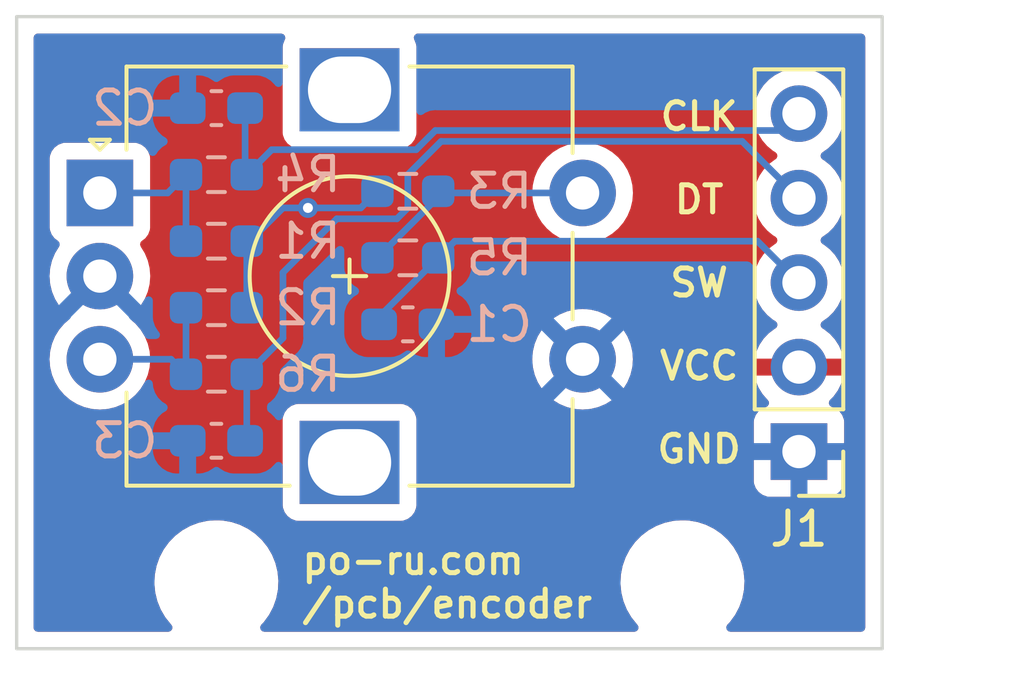
<source format=kicad_pcb>
(kicad_pcb (version 20211014) (generator pcbnew)
  (title_block (rev "1"))
  (layers (0 "F.Cu" signal "Front") (31 "B.Cu" signal "Back") (34 "B.Paste" user) (35 "F.Paste" user) (36 "B.SilkS" user "B.Silkscreen") (37 "F.SilkS" user "F.Silkscreen") (38 "B.Mask" user) (39 "F.Mask" user) (44 "Edge.Cuts" user))
  (net 0 "")
  (net 1 "/SW")
  (net 2 "GND")
  (net 3 "/CLK")
  (net 4 "/DT")
  (net 5 "+3V3")
  (net 6 "Net-(R1-Pad2)")
  (net 7 "Net-(R2-Pad2)")
  (net 8 "Net-(R3-Pad2)")
  (footprint "MountingHole:MountingHole_2.7mm_M2.5" (layer "F.Cu") (at 106 77)
    (fp_text reference "H2" hide)
    (fp_text value "MountingHole" hide)
    (pad "" np_thru_hole circle (at 0 0) (size 2.7 2.7) (drill 2.7) (layers *.Cu *.Mask))
  )
  (footprint "MountingHole:MountingHole_2.7mm_M2.5" (layer "F.Cu") (at 120 77)
    (fp_text reference "H1" hide)
    (fp_text value "MountingHole" hide)
    (pad "" np_thru_hole circle (at 0 0) (size 2.7 2.7) (drill 2.7) (layers *.Cu *.Mask))
  )
  (footprint "Connector_PinHeader_2.54mm:PinHeader_1x05_P2.54mm_Vertical" (layer "F.Cu") (at 123.5 73.075 180)
    (fp_text reference "J1" (at 0 -2.33) (layer "F.SilkS"))
    (fp_text value "Conn_01x05_Male")
    (fp_line (start -1.33 1.27) (end -1.33 11.49) (layer "F.SilkS") (width 0.12))
    (fp_line (start 1.33 1.27) (end 1.33 11.49) (layer "F.SilkS") (width 0.12))
    (fp_line (start -1.33 1.27) (end 1.33 1.27) (layer "F.SilkS") (width 0.12))
    (fp_line (start -1.33 11.49) (end 1.33 11.49) (layer "F.SilkS") (width 0.12))
    (fp_line (start -1.33 -1.33) (end 0 -1.33) (layer "F.SilkS") (width 0.12))
    (fp_line (start -1.33 0) (end -1.33 -1.33) (layer "F.SilkS") (width 0.12))
    (pad "1" thru_hole rect (at 0 0 180) (size 1.7 1.7) (drill 1) (layers *.Cu *.Mask) (net 2 "GND"))
    (pad "2" thru_hole oval (at 0 2.54 180) (size 1.7 1.7) (drill 1) (layers *.Cu *.Mask) (net 5 "+3V3"))
    (pad "3" thru_hole oval (at 0 5.08 180) (size 1.7 1.7) (drill 1) (layers *.Cu *.Mask) (net 1 "/SW"))
    (pad "4" thru_hole oval (at 0 7.62 180) (size 1.7 1.7) (drill 1) (layers *.Cu *.Mask) (net 4 "/DT"))
    (pad "5" thru_hole oval (at 0 10.16 180) (size 1.7 1.7) (drill 1) (layers *.Cu *.Mask) (net 3 "/CLK"))
  )
  (footprint "Rotary_Encoder:RotaryEncoder_Alps_EC12E-Switch_Vertical_H20mm" (layer "F.Cu") (at 102.5 65.3)
    (fp_text reference "SW1" hide)
    (fp_text value "RotaryEncoder_Switch" hide)
    (fp_line (start 0.3 -1.6) (end 0 -1.3) (layer "F.SilkS") (width 0.12))
    (fp_line (start 5.6 -3.8) (end 0.8 -3.8) (layer "F.SilkS") (width 0.12))
    (fp_line (start 14.2 -3.8) (end 14.2 -1.2) (layer "F.SilkS") (width 0.12))
    (fp_line (start -0.3 -1.6) (end 0.3 -1.6) (layer "F.SilkS") (width 0.12))
    (fp_line (start 5.7 8.8) (end 0.8 8.8) (layer "F.SilkS") (width 0.12))
    (fp_line (start 7 2.5) (end 8 2.5) (layer "F.SilkS") (width 0.12))
    (fp_line (start 14.2 8.8) (end 9.3 8.8) (layer "F.SilkS") (width 0.12))
    (fp_line (start 14.2 6.2) (end 14.2 8.8) (layer "F.SilkS") (width 0.12))
    (fp_line (start 0.8 -3.8) (end 0.8 -1.3) (layer "F.SilkS") (width 0.12))
    (fp_line (start 0.8 8.8) (end 0.8 6) (layer "F.SilkS") (width 0.12))
    (fp_line (start 0 -1.3) (end -0.3 -1.6) (layer "F.SilkS") (width 0.12))
    (fp_line (start 7.5 2) (end 7.5 3) (layer "F.SilkS") (width 0.12))
    (fp_line (start 9.3 -3.8) (end 14.2 -3.8) (layer "F.SilkS") (width 0.12))
    (fp_line (start 14.2 1.2) (end 14.2 3.8) (layer "F.SilkS") (width 0.12))
    (fp_circle (center 7.5 2.5) (end 10.5 2.5) (layer "F.SilkS") (width 0.12) (fill none))
    (pad "A" thru_hole rect (at 0 0) (size 2 2) (drill 1) (layers *.Cu *.Mask) (net 6 "Net-(R1-Pad2)"))
    (pad "B" thru_hole circle (at 0 5) (size 2 2) (drill 1) (layers *.Cu *.Mask) (net 7 "Net-(R2-Pad2)"))
    (pad "C" thru_hole circle (at 0 2.5) (size 2 2) (drill 1) (layers *.Cu *.Mask) (net 2 "GND"))
    (pad "MP" thru_hole rect (at 7.5 8.1) (size 3 2.5) (drill oval 2.5 2) (layers *.Cu *.Mask))
    (pad "MP" thru_hole rect (at 7.5 -3.1) (size 3 2.5) (drill oval 2.5 2) (layers *.Cu *.Mask))
    (pad "S1" thru_hole circle (at 14.5 0) (size 2 2) (drill 1) (layers *.Cu *.Mask) (net 8 "Net-(R3-Pad2)"))
    (pad "S2" thru_hole circle (at 14.5 5) (size 2 2) (drill 1) (layers *.Cu *.Mask) (net 2 "GND"))
  )
  (footprint "Resistor_SMD:R_0603_1608Metric_Pad0.98x0.95mm_HandSolder" (layer "B.Cu") (at 106 66.75 180)
    (fp_text reference "R1" (at -2.75 0) (layer "B.SilkS") (effects (justify mirror)))
    (fp_text value "10k")
    (fp_line (start -0.254724 -0.5225) (end 0.254724 -0.5225) (layer "B.SilkS") (width 0.12))
    (fp_line (start -0.254724 0.5225) (end 0.254724 0.5225) (layer "B.SilkS") (width 0.12))
    (pad "1" smd roundrect (at -0.9125 0 180) (size 0.975 0.95) (layers "B.Cu" "B.Paste" "B.Mask") (net 5 "+3V3"))
    (pad "2" smd roundrect (at 0.9125 0 180) (size 0.975 0.95) (layers "B.Cu" "B.Paste" "B.Mask") (net 6 "Net-(R1-Pad2)"))
  )
  (footprint "Resistor_SMD:R_0603_1608Metric_Pad0.98x0.95mm_HandSolder" (layer "B.Cu") (at 111.75 67.25 180)
    (fp_text reference "R5" (at -2.75 0) (layer "B.SilkS") (effects (justify mirror)))
    (fp_text value "10k")
    (fp_line (start -0.254724 -0.5225) (end 0.254724 -0.5225) (layer "B.SilkS") (width 0.12))
    (fp_line (start -0.254724 0.5225) (end 0.254724 0.5225) (layer "B.SilkS") (width 0.12))
    (pad "1" smd roundrect (at -0.9125 0 180) (size 0.975 0.95) (layers "B.Cu" "B.Paste" "B.Mask") (net 1 "/SW"))
    (pad "2" smd roundrect (at 0.9125 0 180) (size 0.975 0.95) (layers "B.Cu" "B.Paste" "B.Mask") (net 8 "Net-(R3-Pad2)"))
  )
  (footprint "Capacitor_SMD:C_0603_1608Metric_Pad1.08x0.95mm_HandSolder" (layer "B.Cu") (at 106 72.75 180)
    (fp_text reference "C3" (at 2.75 0) (layer "B.SilkS") (effects (justify mirror)))
    (fp_text value "10n")
    (fp_line (start -0.146267 0.51) (end 0.146267 0.51) (layer "B.SilkS") (width 0.12))
    (fp_line (start -0.146267 -0.51) (end 0.146267 -0.51) (layer "B.SilkS") (width 0.12))
    (pad "1" smd roundrect (at -0.8625 0 180) (size 1.075 0.95) (layers "B.Cu" "B.Paste" "B.Mask") (net 4 "/DT"))
    (pad "2" smd roundrect (at 0.8625 0 180) (size 1.075 0.95) (layers "B.Cu" "B.Paste" "B.Mask") (net 2 "GND"))
  )
  (footprint "Capacitor_SMD:C_0603_1608Metric_Pad1.08x0.95mm_HandSolder" (layer "B.Cu") (at 111.75 69.25)
    (fp_text reference "C1" (at 2.75 0) (layer "B.SilkS") (effects (justify mirror)))
    (fp_text value "10n")
    (fp_line (start -0.146267 -0.51) (end 0.146267 -0.51) (layer "B.SilkS") (width 0.12))
    (fp_line (start -0.146267 0.51) (end 0.146267 0.51) (layer "B.SilkS") (width 0.12))
    (pad "1" smd roundrect (at -0.8625 0) (size 1.075 0.95) (layers "B.Cu" "B.Paste" "B.Mask") (net 1 "/SW"))
    (pad "2" smd roundrect (at 0.8625 0) (size 1.075 0.95) (layers "B.Cu" "B.Paste" "B.Mask") (net 2 "GND"))
  )
  (footprint "Resistor_SMD:R_0603_1608Metric_Pad0.98x0.95mm_HandSolder" (layer "B.Cu") (at 106 70.75 180)
    (fp_text reference "R6" (at -2.75 0) (layer "B.SilkS") (effects (justify mirror)))
    (fp_text value "10k")
    (fp_line (start -0.254724 0.5225) (end 0.254724 0.5225) (layer "B.SilkS") (width 0.12))
    (fp_line (start -0.254724 -0.5225) (end 0.254724 -0.5225) (layer "B.SilkS") (width 0.12))
    (pad "1" smd roundrect (at -0.9125 0 180) (size 0.975 0.95) (layers "B.Cu" "B.Paste" "B.Mask") (net 4 "/DT"))
    (pad "2" smd roundrect (at 0.9125 0 180) (size 0.975 0.95) (layers "B.Cu" "B.Paste" "B.Mask") (net 7 "Net-(R2-Pad2)"))
  )
  (footprint "Resistor_SMD:R_0603_1608Metric_Pad0.98x0.95mm_HandSolder" (layer "B.Cu") (at 106 68.75 180)
    (fp_text reference "R2" (at -2.75 0) (layer "B.SilkS") (effects (justify mirror)))
    (fp_text value "10k")
    (fp_line (start -0.254724 0.5225) (end 0.254724 0.5225) (layer "B.SilkS") (width 0.12))
    (fp_line (start -0.254724 -0.5225) (end 0.254724 -0.5225) (layer "B.SilkS") (width 0.12))
    (pad "1" smd roundrect (at -0.9125 0 180) (size 0.975 0.95) (layers "B.Cu" "B.Paste" "B.Mask") (net 5 "+3V3"))
    (pad "2" smd roundrect (at 0.9125 0 180) (size 0.975 0.95) (layers "B.Cu" "B.Paste" "B.Mask") (net 7 "Net-(R2-Pad2)"))
  )
  (footprint "Resistor_SMD:R_0603_1608Metric_Pad0.98x0.95mm_HandSolder" (layer "B.Cu") (at 111.75 65.25)
    (fp_text reference "R3" (at 2.75 0) (layer "B.SilkS") (effects (justify mirror)))
    (fp_text value "10k")
    (fp_line (start -0.254724 0.5225) (end 0.254724 0.5225) (layer "B.SilkS") (width 0.12))
    (fp_line (start -0.254724 -0.5225) (end 0.254724 -0.5225) (layer "B.SilkS") (width 0.12))
    (pad "1" smd roundrect (at -0.9125 0) (size 0.975 0.95) (layers "B.Cu" "B.Paste" "B.Mask") (net 5 "+3V3"))
    (pad "2" smd roundrect (at 0.9125 0) (size 0.975 0.95) (layers "B.Cu" "B.Paste" "B.Mask") (net 8 "Net-(R3-Pad2)"))
  )
  (footprint "Resistor_SMD:R_0603_1608Metric_Pad0.98x0.95mm_HandSolder" (layer "B.Cu") (at 106 64.75 180)
    (fp_text reference "R4" (at -2.75 0) (layer "B.SilkS") (effects (justify mirror)))
    (fp_text value "10k")
    (fp_line (start -0.254724 0.5225) (end 0.254724 0.5225) (layer "B.SilkS") (width 0.12))
    (fp_line (start -0.254724 -0.5225) (end 0.254724 -0.5225) (layer "B.SilkS") (width 0.12))
    (pad "1" smd roundrect (at -0.9125 0 180) (size 0.975 0.95) (layers "B.Cu" "B.Paste" "B.Mask") (net 3 "/CLK"))
    (pad "2" smd roundrect (at 0.9125 0 180) (size 0.975 0.95) (layers "B.Cu" "B.Paste" "B.Mask") (net 6 "Net-(R1-Pad2)"))
  )
  (footprint "Capacitor_SMD:C_0603_1608Metric_Pad1.08x0.95mm_HandSolder" (layer "B.Cu") (at 106 62.75)
    (fp_text reference "C2" (at -2.75 0) (layer "B.SilkS") (effects (justify mirror)))
    (fp_text value "10n")
    (fp_line (start -0.146267 -0.51) (end 0.146267 -0.51) (layer "B.SilkS") (width 0.12))
    (fp_line (start -0.146267 0.51) (end 0.146267 0.51) (layer "B.SilkS") (width 0.12))
    (pad "1" smd roundrect (at -0.8625 0) (size 1.075 0.95) (layers "B.Cu" "B.Paste" "B.Mask") (net 2 "GND"))
    (pad "2" smd roundrect (at 0.8625 0) (size 1.075 0.95) (layers "B.Cu" "B.Paste" "B.Mask") (net 3 "/CLK"))
  )
  (gr_rect (start 100 60) (end 126 79) (layer "Edge.Cuts") (width 0.1) (fill none))
  (gr_text "DT" (at 120.5 65.5) (layer "F.SilkS") (effects (font (size 0.8128 0.8128) (thickness 0.1524))))
  (gr_text "GND" (at 120.5 73) (layer "F.SilkS") (effects (font (size 0.8128 0.8128) (thickness 0.1524))))
  (gr_text "VCC" (at 120.5 70.5) (layer "F.SilkS") (effects (font (size 0.8128 0.8128) (thickness 0.1524))))
  (gr_text "po-ru.com\n/pcb/encoder" (at 108.5 77) (layer "F.SilkS") (effects (font (size 0.8128 0.8128) (thickness 0.1524)) (justify left)))
  (gr_text "CLK" (at 120.5 63) (layer "F.SilkS") (effects (font (size 0.8128 0.8128) (thickness 0.1524))))
  (gr_text "SW" (at 120.5 68) (layer "F.SilkS") (effects (font (size 0.8128 0.8128) (thickness 0.1524))))
  (segment (start 112.6625 67.25) (end 110.8875 69.025) (width 0.2) (layer "B.Cu") (net 1))
  (segment (start 113.1625 66.75) (end 122.255 66.75) (width 0.2) (layer "B.Cu") (net 1))
  (segment (start 110.8875 69.025) (end 110.8875 69.25) (width 0.2) (layer "B.Cu") (net 1))
  (segment (start 112.6625 67.25) (end 113.1625 66.75) (width 0.2) (layer "B.Cu") (net 1))
  (segment (start 122.255 66.75) (end 123.5 67.995) (width 0.2) (layer "B.Cu") (net 1))
  (segment (start 122.992 63.423) (end 112.577 63.423) (width 0.2) (layer "B.Cu") (net 3))
  (segment (start 106.8625 64.7) (end 106.9125 64.75) (width 0.2) (layer "B.Cu") (net 3))
  (segment (start 106.8625 62.75) (end 106.8625 64.7) (width 0.2) (layer "B.Cu") (net 3))
  (segment (start 112 64) (end 107.6625 64) (width 0.2) (layer "B.Cu") (net 3))
  (segment (start 112.577 63.423) (end 112 64) (width 0.2) (layer "B.Cu") (net 3))
  (segment (start 123.5 62.915) (end 122.992 63.423) (width 0.2) (layer "B.Cu") (net 3))
  (segment (start 107.6625 64) (end 106.9125 64.75) (width 0.2) (layer "B.Cu") (net 3))
  (segment (start 111.75 65.75) (end 111.423 66.077) (width 0.2) (layer "B.Cu") (net 4))
  (segment (start 123.5 65.455) (end 121.795 63.75) (width 0.2) (layer "B.Cu") (net 4))
  (segment (start 111.75 64.75) (end 111.75 65.75) (width 0.2) (layer "B.Cu") (net 4))
  (segment (start 109.616098 66.077) (end 108 67.693098) (width 0.2) (layer "B.Cu") (net 4))
  (segment (start 112.75 63.75) (end 111.75 64.75) (width 0.2) (layer "B.Cu") (net 4))
  (segment (start 106.9125 70.75) (end 106.9125 72.7) (width 0.2) (layer "B.Cu") (net 4))
  (segment (start 108 69.6625) (end 106.9125 70.75) (width 0.2) (layer "B.Cu") (net 4))
  (segment (start 121.795 63.75) (end 112.75 63.75) (width 0.2) (layer "B.Cu") (net 4))
  (segment (start 111.423 66.077) (end 109.616098 66.077) (width 0.2) (layer "B.Cu") (net 4))
  (segment (start 108 67.693098) (end 108 69.6625) (width 0.2) (layer "B.Cu") (net 4))
  (segment (start 106.9125 72.7) (end 106.8625 72.75) (width 0.2) (layer "B.Cu") (net 4))
  (via (at 108.75 65.75) (size 0.6) (drill 0.3) (layers "F.Cu" "B.Cu") (net 5))
  (segment (start 108.75 65.75) (end 110.3375 65.75) (width 0.2) (layer "B.Cu") (net 5))
  (segment (start 106.9125 66.75) (end 106.9125 68.75) (width 0.2) (layer "B.Cu") (net 5))
  (segment (start 110.3375 65.75) (end 110.8375 65.25) (width 0.2) (layer "B.Cu") (net 5))
  (segment (start 108.75 65.75) (end 108 65.75) (width 0.2) (layer "B.Cu") (net 5))
  (segment (start 107 66.75) (end 106.9125 66.75) (width 0.2) (layer "B.Cu") (net 5))
  (segment (start 108 65.75) (end 107 66.75) (width 0.2) (layer "B.Cu") (net 5))
  (segment (start 104.5375 65.3) (end 105.0875 64.75) (width 0.2) (layer "B.Cu") (net 6))
  (segment (start 105.0875 64.75) (end 105.0875 66.75) (width 0.2) (layer "B.Cu") (net 6))
  (segment (start 102.5 65.3) (end 104.5375 65.3) (width 0.2) (layer "B.Cu") (net 6))
  (segment (start 105.0875 70.75) (end 104.6375 70.3) (width 0.2) (layer "B.Cu") (net 7))
  (segment (start 105.0875 68.75) (end 105.0875 70.75) (width 0.2) (layer "B.Cu") (net 7))
  (segment (start 104.6375 70.3) (end 102.5 70.3) (width 0.2) (layer "B.Cu") (net 7))
  (segment (start 112.6625 65.425) (end 110.8375 67.25) (width 0.2) (layer "B.Cu") (net 8))
  (segment (start 112.7125 65.3) (end 117 65.3) (width 0.2) (layer "B.Cu") (net 8))
  (segment (start 112.6625 65.25) (end 112.6625 65.425) (width 0.2) (layer "B.Cu") (net 8))
  (segment (start 112.6625 65.25) (end 112.7125 65.3) (width 0.2) (layer "B.Cu") (net 8))
  (zone (net 5) (net_name "+3V3") (layer "F.Cu") (connect_pads (clearance 0.508)) (min_thickness 0.254) (fill yes (thermal_gap 0.508) (thermal_bridge_width 0.508))
    (polygon (pts (xy 126.5 79.5) (xy 99.5 79.5) (xy 99.5 59.5) (xy 126.5 59.5)))
  )
  (zone (net 2) (net_name "GND") (layer "B.Cu") (connect_pads (clearance 0.508)) (min_thickness 0.254) (fill yes (thermal_gap 0.508) (thermal_bridge_width 0.508))
    (polygon (pts (xy 126.5 79.5) (xy 99.5 79.5) (xy 99.5 59.5) (xy 126.5 59.5)))
  )
)
</source>
